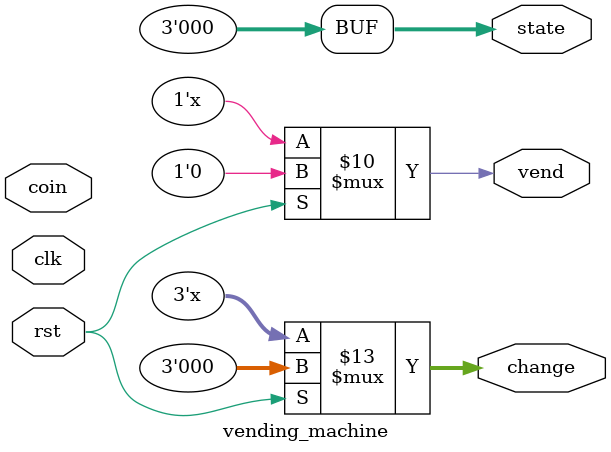
<source format=v>
module vending_machine(
  output reg vend,
  output reg [2:0] change,state,
  input [2:0] coin,
  input clk,rst);
  
  parameter [2:0]rs_5= 3'b001;
  parameter [2:0]rs_10= 3'b010;
  parameter [2:0]rs_15= 3'b011;
  parameter [2:0]rs_20= 3'b100;
  parameter [2:0]rs_25= 3'b101;
  
  parameter [2:0]idle= 3'b000;
  parameter [2:0]five= 3'b001;
  parameter [2:0]ten= 3'b010;
  parameter [2:0]fifteen= 3'b011;
  parameter [2:0]twenty= 3'b100;
  parameter [2:0]twenty_five=3'b101;
  
  reg[2:0] next_state;
  
  always@(coin or state)
    begin
      next_state=0;
      case(state)
        idle:
          case(coin)
            rs_5: next_state=five;
            rs_10: next_state=ten;
            rs_25: next_state=twenty_five;
            default: next_state=idle;
          endcase
        five:
          case(coin)
            rs_5: next_state= ten;
            rs_10: next_state=fifteen;
            rs_25: next_state=twenty_five;
            default: next_state=five;
          endcase
        ten:
          case(coin)
            rs_5: next_state=fifteen;
            rs_10: next_state=twenty;
            rs_25: next_state=twenty_five;
            default: next_state=ten;
          endcase
        fifteen:
          case(coin)
            rs_5: next_state=twenty;
            rs_10: next_state=twenty_five;
            rs_25: next_state=twenty_five;
            default: next_state=fifteen;
          endcase
        twenty:
          case(coin)
            rs_5: next_state=twenty_five;
            rs_10: next_state=twenty_five;
            rs_25: next_state=twenty_five;
            default: next_state=twenty;
          endcase
        twenty_five:
          next_state=idle;
        default: next_state=idle;
      endcase
    end
  
  always@(clk)
    begin
      if(rst)
        begin
          change<=3'b000;
          vend<=1'b0;
          state<=idle;
        end
      else
        state<=next_state;
      case(state)
        idle:
          begin
            vend<=1'b0;
            change<=3'd0;
          end
        five:
          begin
            vend<=1'b0;
            if(coin==rs_25)
              change<=rs_5;
            else
              change<=3'd0;
          end
        ten:
          begin
            vend<=1'b0;
            if(coin==rs_25)
              change<=rs_10;
            else
              change<=3'd0;
          end
        fifteen:
          begin
            vend<=1'b0;
            if(coin==rs_25)
              change<=rs_15;
            else
              change<=3'd0;
          end
        twenty:
          begin
            vend<=1'b0;
            if(coin==rs_10)
              change<=rs_5;
            else
              if(coin==rs_25)
                change<=rs_20;
              else
                change<=3'd0;
          end
        twenty_five:
          begin
            vend<=1'b1;
            change<=3'd0;
          end
        default: state<=idle;
      endcase
    end
endmodule

</source>
